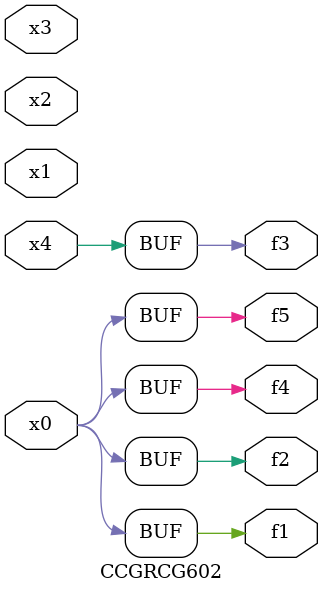
<source format=v>
module CCGRCG602(
	input x0, x1, x2, x3, x4,
	output f1, f2, f3, f4, f5
);
	assign f1 = x0;
	assign f2 = x0;
	assign f3 = x4;
	assign f4 = x0;
	assign f5 = x0;
endmodule

</source>
